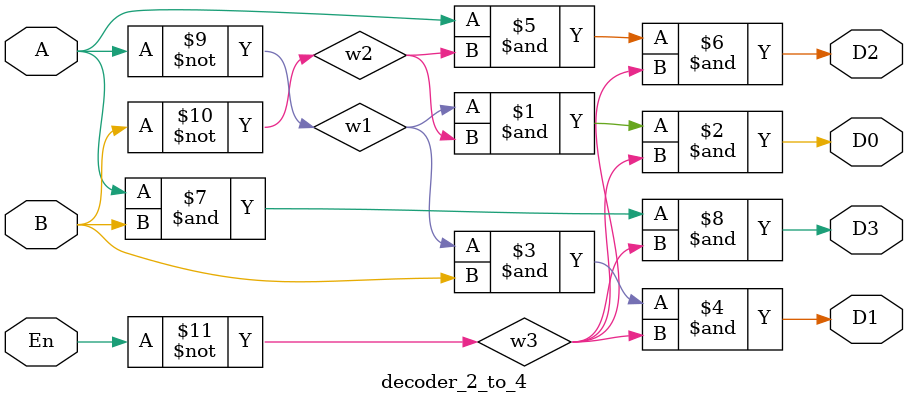
<source format=v>
`timescale 1ns / 1ps


module decoder_2_to_4(output D3,D2,D1,D0,input A,B,En);
wire w1,w2,w3;
not N1(w1,A);
not N2(w2,B);
not N3(w3,En);
and A1(D0,w1,w2,w3);
and A2(D1,w1,B,w3);
and A3(D2,A,w2,w3);
and A4(D3,A,B,w3);
endmodule

</source>
